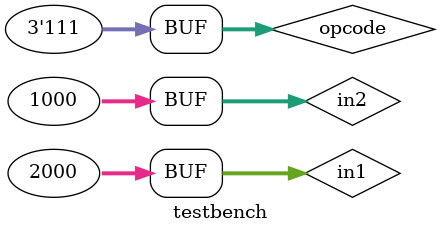
<source format=v>
`timescale 10ps/1ps

module testbench();
	parameter NUMBER_32bit = 4294967295;
	reg [31:0] in1, in2;
	reg [2:0] opcode;

	wire [31:0] cur_out;
	ALU alu(
		.in1(in1),
		.in2(in2),
		.opcode(opcode),
		.out(cur_out)
		);
	// random test
	integer i;
	parameter NUM_LOOP = 100;	
	initial 
	begin
		//phep cong
		opcode = 3'b000;
		in1 = 32'd2000;
		in2 = 32'd1000;
		#10;
		// phep tru 
		opcode = 3'b001;
		in1 = 32'd2000;
		in2 = 32'd1000;
		#10;
		// NOT_A
		opcode = 3'b010;
		in1 = 32'd2000;
		in2 = 32'd1000;
		#10;
		// A and B
		opcode = 3'b011;
		in1 = 32'd2000;
		in2 = 32'd1000;
		#10;
		// A or B
		opcode = 3'b100;
		in1 = 32'd2000;
		in2 = 32'd1000;
		#10;
		// A xor B
		opcode = 3'b101;
		in1 = 32'd2000;
		in2 = 32'd1000;
		#10;
		// dich trai A 1 bit
		opcode = 3'b110;
		in1 = 32'd2000;
		in2 = 32'd1000;
		#10;
		// dich phai A 1 bit
		opcode = 3'b111;
		in1 = 32'd2000;
		in2 = 32'd1000;
		#10;

	/*
		for (opcode = 0;opcode < 8; opcode=opcode+1)
			for (in1 = 0; in1 < NUMBER_32bit; in1 = in1 + 1)
				for (in2 = 0; in2 < NUMBER_32bit; in2 = in2 + 1)
		for (i = 0; i < NUM_LOOP; i = i + 1)begin
			opcode = $random();
			in1 = $random();
			in2 = $random();
		#10;
		end
*/
	end
	//generate golden output
	reg [31:0] golden_out;
	always @(in1 or in2 or opcode)
	begin
		case (opcode)
			3'b000: golden_out = 3000;
			3'b001: golden_out = 1000;
			3'b010: golden_out = 4294965295;
			3'b011: golden_out = 960;
			3'b100: golden_out = 2040;
			3'b101: golden_out = 1080;
			3'b110: golden_out = 4000;
			3'b111: golden_out = 1000;
		endcase
		
		/*
		case (opcode)
		3'b000: golden_out = in1 + in2;
		3'b001: golden_out = in1 - in2;
		3'b010: golden_out = ~in1; // not A
		3'b011: golden_out = in1 & in2;
		3'b100: golden_out = in1 | in2;
		3'b101: golden_out = in1 ^ in2;
		3'b110: golden_out = in1 << 1; // dich trai in1 1 bit
		3'b111: golden_out = in1 >> 1; 
 		default : golden_out = 8'h0000;
	endcase
*/
	end
	//compare 
	initial
	begin
		$monitor("%t-%b: golden_out=%d, out=%d",
			$time,(golden_out==cur_out), golden_out, cur_out);
	end
	
endmodule
</source>
